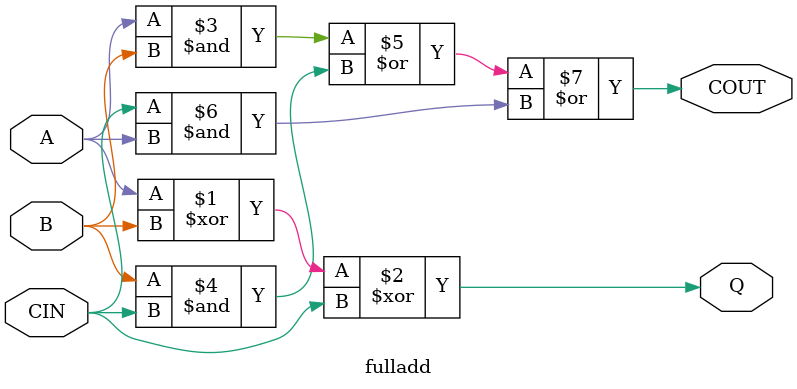
<source format=v>
module fulladd(A, B, CIN, Q, COUT);
input A, B, CIN;
output Q, COUT;

assign Q = A ^ B ^ CIN;
assign COUT = A & B | B & CIN | CIN & A;

endmodule

</source>
